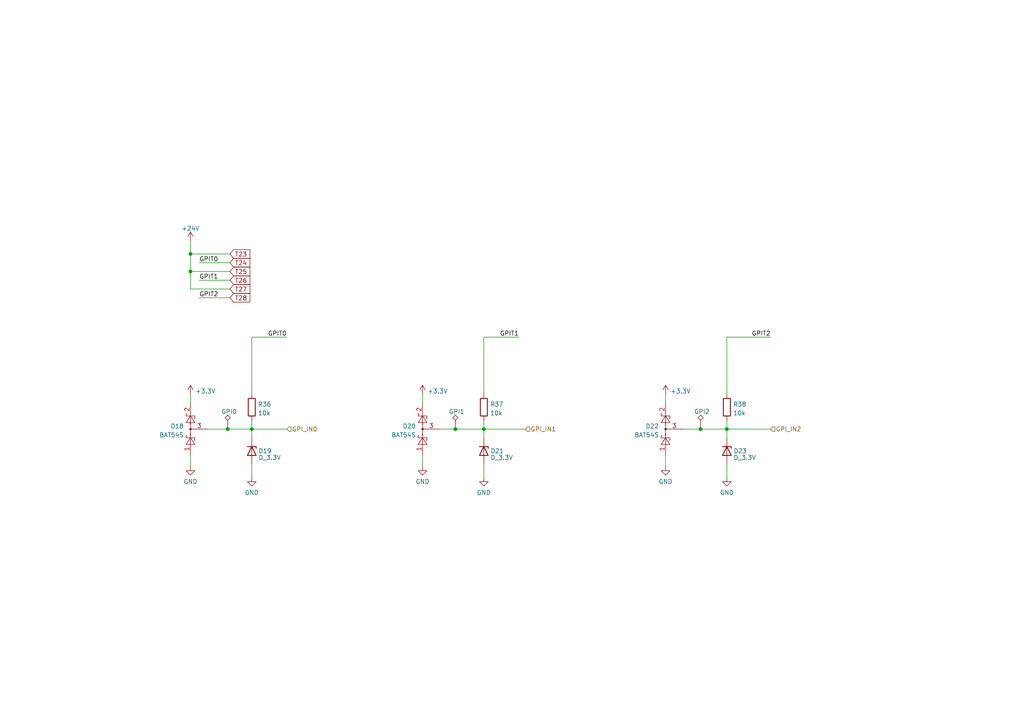
<source format=kicad_sch>
(kicad_sch (version 20211123) (generator eeschema)
  (paper "A4")
  (title_block (title "FloatPUMP Schematics") (date "2022-11-11") (rev "1.0") (company "robtor.de") (comment 1 "Controller board for up to 3 water pumps") (comment 2 "measuring capabilities with piezoresistive pressure sensors") (comment 3 "sensor input Range 4mA-20mA"))
  (lib_symbols
    (symbol "Connector:TestPoint_Alt" (pin_numbers hide) (pin_names (offset 0.762) hide)
      (property "Reference" "TP" (at 0 6.858 0))
      (property "Value" "TestPoint_Alt" (at 0 5.08 0))
      (symbol "TestPoint_Alt_0_1"
        (polyline (pts (xy 0 2.54) (xy -0.762 3.302) (xy 0 4.064) (xy 0.762 3.302) (xy 0 2.54)))
      )
      (symbol "TestPoint_Alt_1_1"
        (pin passive line (at 0 0 90) (length 2.54) (name "1") (number "1"))
      )
    )
    (symbol "D_Zener_1" (pin_numbers hide) (pin_names (offset 1.016) hide)
      (property "Reference" "D?" (at 2.032 0.8347 90))
      (property "Value" "D_Zener_1" (at 2.032 -1.7022 90))
      (symbol "D_Zener_1_0_1"
        (polyline (pts (xy 1.27 0) (xy -1.27 0)))
        (polyline (pts (xy -1.27 -1.27) (xy -1.27 1.27) (xy -0.762 1.27)) (stroke (width 0.254)))
        (polyline (pts (xy 1.27 -1.27) (xy 1.27 1.27) (xy -1.27 0) (xy 1.27 -1.27)) (stroke (width 0.254)))
      )
      (symbol "D_Zener_1_1_1"
        (pin passive line (at 3.81 0 180) (length 2.54) (name "A") (number "1"))
        (pin passive line (at -3.81 0 0) (length 2.54) (name "K") (number "3"))
      )
    )
    (symbol "Device:R" (pin_numbers hide) (pin_names (offset 0))
      (property "Reference" "R" (at 2.032 0 90))
      (property "Value" "R" (at 0 0 90))
      (symbol "R_0_1"
        (rectangle (start -1.016 -2.54) (end 1.016 2.54) (stroke (width 0.254)))
      )
      (symbol "R_1_1"
        (pin passive line (at 0 3.81 270) (length 1.27) (name "~") (number "1"))
        (pin passive line (at 0 -3.81 90) (length 1.27) (name "~") (number "2"))
      )
    )
    (symbol "Diode:BAT54S" (pin_names (offset 1.016))
      (property "Reference" "D" (at 0.635 -3.81 0))
      (property "Value" "BAT54S" (at -6.35 3.175 0))
      (symbol "BAT54S_0_1"
        (polyline (pts (xy -3.81 0) (xy -1.27 0)))
        (polyline (pts (xy -3.175 -1.27) (xy -3.175 -1.016)))
        (polyline (pts (xy -2.54 -1.27) (xy -3.175 -1.27)))
        (polyline (pts (xy -2.54 -1.27) (xy -2.54 1.27)))
        (polyline (pts (xy -2.54 1.27) (xy -1.905 1.27)))
        (polyline (pts (xy -1.905 0) (xy 1.905 0)))
        (polyline (pts (xy -1.905 1.27) (xy -1.905 1.016)))
        (polyline (pts (xy 1.27 0) (xy 3.81 0)))
        (polyline (pts (xy 3.175 -1.27) (xy 3.175 -1.016)))
        (polyline (pts (xy 3.81 -1.27) (xy 3.175 -1.27)))
        (polyline (pts (xy 3.81 -1.27) (xy 3.81 1.27)))
        (polyline (pts (xy 3.81 1.27) (xy 4.445 1.27)))
        (polyline (pts (xy 4.445 1.27) (xy 4.445 1.016)))
        (polyline (pts (xy -4.445 1.27) (xy -4.445 -1.27) (xy -2.54 0) (xy -4.445 1.27)))
        (polyline (pts (xy 1.905 1.27) (xy 1.905 -1.27) (xy 3.81 0) (xy 1.905 1.27)))
        (circle (center 0 0) (radius 0.254) (fill (type outline)))
      )
      (symbol "BAT54S_1_1"
        (pin passive line (at -7.62 0 0) (length 3.81) (name "~") (number "1"))
        (pin passive line (at 7.62 0 180) (length 3.81) (name "~") (number "2"))
        (pin passive line (at 0 -5.08 90) (length 5.08) (name "~") (number "3"))
      )
    )
    (symbol "power:+24V" (power) (pin_names (offset 0))
      (property "Value" "+24V" (at 0 3.556 0))
      (symbol "+24V_0_1"
        (polyline (pts (xy -0.762 1.27) (xy 0 2.54)))
        (polyline (pts (xy 0 0) (xy 0 2.54)))
        (polyline (pts (xy 0 2.54) (xy 0.762 1.27)))
      )
      (symbol "+24V_1_1"
        (pin power_in line (at 0 0 90) (length 0) hide (name "+24V") (number "1"))
      )
    )
    (symbol "power:+3.3V" (power) (pin_names (offset 0))
      (property "Value" "+3.3V" (at 0 3.556 0))
      (symbol "+3.3V_0_1"
        (polyline (pts (xy -0.762 1.27) (xy 0 2.54)))
        (polyline (pts (xy 0 0) (xy 0 2.54)))
        (polyline (pts (xy 0 2.54) (xy 0.762 1.27)))
      )
      (symbol "+3.3V_1_1"
        (pin power_in line (at 0 0 90) (length 0) hide (name "+3.3V") (number "1"))
      )
    )
    (symbol "power:GND" (power) (pin_names (offset 0))
      (property "Value" "GND" (at 0 -3.81 0))
      (symbol "GND_0_1"
        (polyline (pts (xy 0 0) (xy 0 -1.27) (xy 1.27 -1.27) (xy 0 -2.54) (xy -1.27 -1.27) (xy 0 -1.27)))
      )
      (symbol "GND_1_1"
        (pin power_in line (at 0 0 270) (length 0) hide (name "GND") (number "1"))
      )
    )
  )
  (junction (at 203.2 124.46))
  (junction (at 66.04 124.46))
  (junction (at 73.025 124.46))
  (junction (at 55.245 73.66))
  (junction (at 55.245 78.74))
  (junction (at 132.08 124.46))
  (junction (at 210.82 124.46))
  (junction (at 140.335 124.46))
  (wire (pts (xy 140.335 134.62) (xy 140.335 138.43)))
  (wire (pts (xy 210.82 114.3) (xy 210.82 97.79)))
  (wire (pts (xy 55.245 78.74) (xy 66.675 78.74)))
  (wire (pts (xy 66.04 124.46) (xy 73.025 124.46)))
  (wire (pts (xy 55.245 69.85) (xy 55.245 73.66)))
  (wire (pts (xy 198.12 124.46) (xy 203.2 124.46)))
  (wire (pts (xy 57.785 86.36) (xy 66.675 86.36)))
  (wire (pts (xy 73.025 121.92) (xy 73.025 124.46)))
  (wire (pts (xy 55.245 73.66) (xy 66.675 73.66)))
  (wire (pts (xy 140.335 121.92) (xy 140.335 124.46)))
  (wire (pts (xy 73.025 124.46) (xy 73.025 127)))
  (wire (pts (xy 122.555 114.3) (xy 122.555 116.84)))
  (wire (pts (xy 73.025 124.46) (xy 83.185 124.46)))
  (wire (pts (xy 73.025 114.3) (xy 73.025 97.79)))
  (wire (pts (xy 210.82 124.46) (xy 210.82 127)))
  (wire (pts (xy 210.82 124.46) (xy 223.52 124.46)))
  (wire (pts (xy 57.785 76.2) (xy 66.675 76.2)))
  (wire (pts (xy 55.245 114.3) (xy 55.245 116.84)))
  (wire (pts (xy 55.245 132.08) (xy 55.245 135.255)))
  (wire (pts (xy 210.82 121.92) (xy 210.82 124.46)))
  (wire (pts (xy 127.635 124.46) (xy 132.08 124.46)))
  (wire (pts (xy 55.245 78.74) (xy 55.245 83.82)))
  (wire (pts (xy 73.025 134.62) (xy 73.025 138.43)))
  (wire (pts (xy 60.325 124.46) (xy 66.04 124.46)))
  (wire (pts (xy 73.025 97.79) (xy 83.185 97.79)))
  (wire (pts (xy 210.82 97.79) (xy 223.52 97.79)))
  (wire (pts (xy 140.335 97.79) (xy 150.495 97.79)))
  (wire (pts (xy 55.245 73.66) (xy 55.245 78.74)))
  (wire (pts (xy 193.04 114.3) (xy 193.04 116.84)))
  (wire (pts (xy 203.2 124.46) (xy 210.82 124.46)))
  (wire (pts (xy 140.335 97.79) (xy 140.335 114.3)))
  (wire (pts (xy 55.245 83.82) (xy 66.675 83.82)))
  (wire (pts (xy 57.785 81.28) (xy 66.675 81.28)))
  (wire (pts (xy 122.555 132.08) (xy 122.555 135.255)))
  (wire (pts (xy 140.335 124.46) (xy 152.4 124.46)))
  (wire (pts (xy 140.335 124.46) (xy 140.335 127)))
  (wire (pts (xy 132.08 124.46) (xy 140.335 124.46)))
  (wire (pts (xy 193.04 132.08) (xy 193.04 135.255)))
  (wire (pts (xy 210.82 134.62) (xy 210.82 138.43)))
  (label "GPIT1" (at 150.495 97.79 180))
  (label "GPIT1" (at 57.785 81.28 0))
  (label "GPIT0" (at 83.185 97.79 180))
  (label "GPIT0" (at 57.785 76.2 0))
  (label "GPIT2" (at 57.785 86.36 0))
  (label "GPIT2" (at 223.52 97.79 180))
  (global_label "T27" (shape input) (at 66.675 83.82 0) (property "Referenzen zwischen Schaltplänen" "${INTERSHEET_REFS}" (effects hide)))
  (global_label "T24" (shape input) (at 66.675 76.2 0) (property "Referenzen zwischen Schaltplänen" "${INTERSHEET_REFS}" (effects hide)))
  (global_label "T28" (shape input) (at 66.675 86.36 0) (property "Referenzen zwischen Schaltplänen" "${INTERSHEET_REFS}" (effects hide)))
  (global_label "T23" (shape input) (at 66.675 73.66 0) (property "Referenzen zwischen Schaltplänen" "${INTERSHEET_REFS}" (effects hide)))
  (global_label "T25" (shape input) (at 66.675 78.74 0) (property "Referenzen zwischen Schaltplänen" "${INTERSHEET_REFS}" (effects hide)))
  (global_label "T26" (shape input) (at 66.675 81.28 0) (property "Referenzen zwischen Schaltplänen" "${INTERSHEET_REFS}" (effects hide)))
  (hierarchical_label "GPI_IN0" (shape input) (at 83.185 124.46 0))
  (hierarchical_label "GPI_IN2" (shape input) (at 223.52 124.46 0))
  (hierarchical_label "GPI_IN1" (shape input) (at 152.4 124.46 0))
  (symbol (lib_id "power:GND") (at 73.025 138.43 0) (unit 1)
    (property "Reference" "#PWR086" (effects hide))
    (property "Value" "GND" (at 73.025 142.8734 0))
  )
  (symbol (lib_name "D_Zener_1") (lib_id "Device:D_Zener") (at 210.82 130.81 270) (unit 1)
    (property "Reference" "D23" (at 212.725 130.81 90) (effects (justify left)))
    (property "Value" "D_3.3V" (at 212.725 132.715 90) (effects (justify left)))
    (property "Footprint" "Package_TO_SOT_SMD:SOT-23" (effects hide))
    (property "Datasheet" "https://datasheet.lcsc.com/lcsc/1809191825_LRC-LBZX84C3V3LT1G_C12745.pdf" (effects hide))
    (property "JLCPCB" "C131832" (effects hide))
  )
  (symbol (lib_name "D_Zener_1") (lib_id "Device:D_Zener") (at 73.025 130.81 270) (unit 1)
    (property "Reference" "D19" (at 74.93 130.81 90) (effects (justify left)))
    (property "Value" "D_3.3V" (at 74.93 132.715 90) (effects (justify left)))
    (property "Footprint" "Package_TO_SOT_SMD:SOT-23" (effects hide))
    (property "Datasheet" "https://datasheet.lcsc.com/lcsc/1809191825_LRC-LBZX84C3V3LT1G_C12745.pdf" (effects hide))
    (property "JLCPCB" "C131832" (effects hide))
  )
  (symbol (lib_id "Connector:TestPoint_Alt") (at 203.2 124.46 0) (unit 1)
    (property "Reference" "TP21" (effects hide))
    (property "Value" "GPI2" (at 201.295 119.38 0) (effects (justify left)))
    (property "Footprint" "TestPoint:TestPoint_Pad_D1.0mm" (effects hide))
  )
  (symbol (lib_id "Device:R") (at 210.82 118.11 0) (unit 1)
    (property "Reference" "R38" (at 212.598 117.2753 0) (effects (justify left)))
    (property "Value" "10k" (at 212.598 119.8122 0) (effects (justify left)))
    (property "Footprint" "Resistor_SMD:R_0603_1608Metric" (effects hide))
    (property "JLCPCB" "C238881" (effects hide))
  )
  (symbol (lib_id "Diode:BAT54S") (at 193.04 124.46 90) (unit 1)
    (property "Reference" "D22" (at 191.135 123.6253 90) (effects (justify left)))
    (property "Value" "BAT54S" (at 191.135 126.1622 90) (effects (justify left)))
    (property "Footprint" "Package_TO_SOT_SMD:SOT-23" (effects hide))
    (property "Datasheet" "https://www.diodes.com/assets/Datasheets/ds11005.pdf" (effects hide))
    (property "JLCPCB" "C2762214" (effects hide))
  )
  (symbol (lib_id "power:+3.3V") (at 55.245 114.3 0) (unit 1)
    (property "Reference" "#PWR084" (effects hide))
    (property "Value" "+3.3V" (at 56.642 113.4638 0) (effects (justify left)))
  )
  (symbol (lib_id "power:+3.3V") (at 193.04 114.3 0) (unit 1)
    (property "Reference" "#PWR090" (effects hide))
    (property "Value" "+3.3V" (at 194.437 113.4638 0) (effects (justify left)))
  )
  (symbol (lib_id "Connector:TestPoint_Alt") (at 132.08 124.46 0) (unit 1)
    (property "Reference" "TP20" (effects hide))
    (property "Value" "GPI1" (at 130.175 119.38 0) (effects (justify left)))
    (property "Footprint" "TestPoint:TestPoint_Pad_D1.0mm" (effects hide))
  )
  (symbol (lib_id "Device:R") (at 73.025 118.11 0) (unit 1)
    (property "Reference" "R36" (at 74.803 117.2753 0) (effects (justify left)))
    (property "Value" "10k" (at 74.803 119.8122 0) (effects (justify left)))
    (property "Footprint" "Resistor_SMD:R_0603_1608Metric" (effects hide))
    (property "JLCPCB" "C238881" (effects hide))
  )
  (symbol (lib_id "power:GND") (at 55.245 135.255 0) (unit 1)
    (property "Reference" "#PWR085" (effects hide))
    (property "Value" "GND" (at 55.245 139.6984 0))
  )
  (symbol (lib_id "power:GND") (at 122.555 135.255 0) (unit 1)
    (property "Reference" "#PWR088" (effects hide))
    (property "Value" "GND" (at 122.555 139.6984 0))
  )
  (symbol (lib_id "power:+24V") (at 55.245 69.85 0) (unit 1)
    (property "Reference" "#PWR0101" (effects hide))
    (property "Value" "+24V" (at 55.245 66.2742 0))
  )
  (symbol (lib_id "power:GND") (at 193.04 135.255 0) (unit 1)
    (property "Reference" "#PWR091" (effects hide))
    (property "Value" "GND" (at 193.04 139.6984 0))
  )
  (symbol (lib_id "power:GND") (at 210.82 138.43 0) (unit 1)
    (property "Reference" "#PWR092" (effects hide))
    (property "Value" "GND" (at 210.82 142.8734 0))
  )
  (symbol (lib_id "Diode:BAT54S") (at 122.555 124.46 90) (unit 1)
    (property "Reference" "D20" (at 120.65 123.6253 90) (effects (justify left)))
    (property "Value" "BAT54S" (at 120.65 126.1622 90) (effects (justify left)))
    (property "Footprint" "Package_TO_SOT_SMD:SOT-23" (effects hide))
    (property "Datasheet" "https://www.diodes.com/assets/Datasheets/ds11005.pdf" (effects hide))
    (property "JLCPCB" "C2762214" (effects hide))
  )
  (symbol (lib_name "D_Zener_1") (lib_id "Device:D_Zener") (at 140.335 130.81 270) (unit 1)
    (property "Reference" "D21" (at 142.24 130.81 90) (effects (justify left)))
    (property "Value" "D_3.3V" (at 142.24 132.715 90) (effects (justify left)))
    (property "Footprint" "Package_TO_SOT_SMD:SOT-23" (effects hide))
    (property "Datasheet" "https://datasheet.lcsc.com/lcsc/1809191825_LRC-LBZX84C3V3LT1G_C12745.pdf" (effects hide))
    (property "JLCPCB" "C131832" (effects hide))
  )
  (symbol (lib_id "Connector:TestPoint_Alt") (at 66.04 124.46 0) (unit 1)
    (property "Reference" "TP19" (effects hide))
    (property "Value" "GPI0" (at 64.135 119.38 0) (effects (justify left)))
    (property "Footprint" "TestPoint:TestPoint_Pad_D1.0mm" (effects hide))
  )
  (symbol (lib_id "Diode:BAT54S") (at 55.245 124.46 90) (unit 1)
    (property "Reference" "D18" (at 53.34 123.6253 90) (effects (justify left)))
    (property "Value" "BAT54S" (at 53.34 126.1622 90) (effects (justify left)))
    (property "Footprint" "Package_TO_SOT_SMD:SOT-23" (effects hide))
    (property "Datasheet" "https://www.diodes.com/assets/Datasheets/ds11005.pdf" (effects hide))
    (property "JLCPCB" "C2762214" (effects hide))
  )
  (symbol (lib_id "power:+3.3V") (at 122.555 114.3 0) (unit 1)
    (property "Reference" "#PWR087" (effects hide))
    (property "Value" "+3.3V" (at 123.952 113.4638 0) (effects (justify left)))
  )
  (symbol (lib_id "Device:R") (at 140.335 118.11 0) (unit 1)
    (property "Reference" "R37" (at 142.113 117.2753 0) (effects (justify left)))
    (property "Value" "10k" (at 142.113 119.8122 0) (effects (justify left)))
    (property "Footprint" "Resistor_SMD:R_0603_1608Metric" (effects hide))
    (property "JLCPCB" "C238881" (effects hide))
  )
  (symbol (lib_id "power:GND") (at 140.335 138.43 0) (unit 1)
    (property "Reference" "#PWR089" (effects hide))
    (property "Value" "GND" (at 140.335 142.8734 0))
  )
)
</source>
